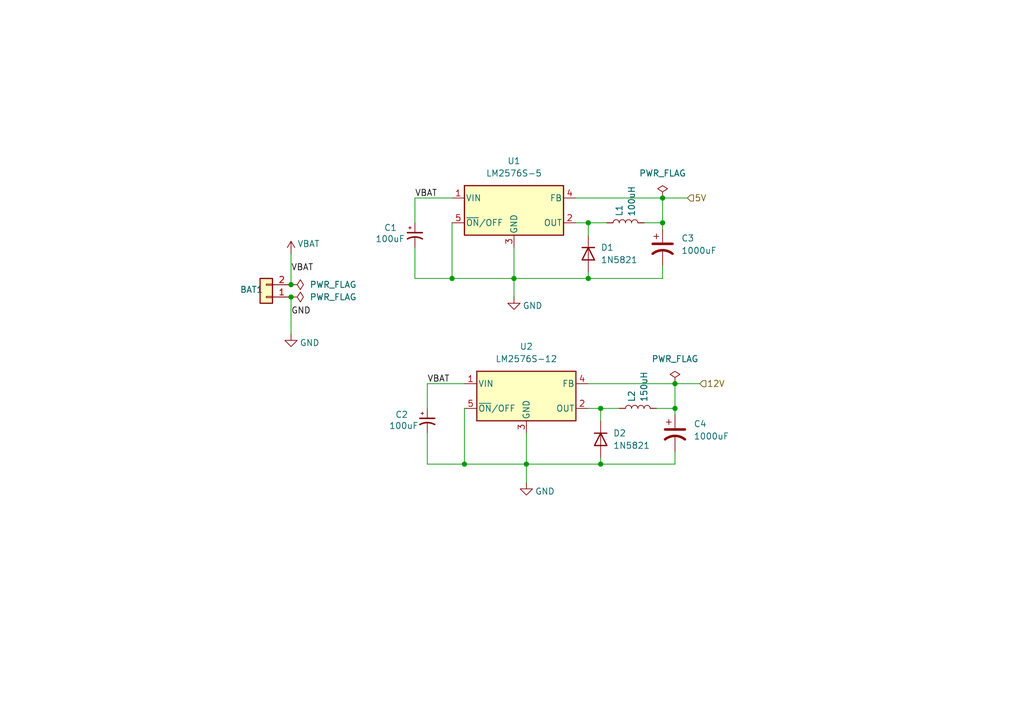
<source format=kicad_sch>
(kicad_sch (version 20231120) (generator "eeschema") (generator_version "8.0")
  (paper "A5")
  (lib_symbols
    (symbol "Connector_Generic:Conn_01x02" (pin_names (offset 1.016) hide)
      (property "Reference" "J" (at 0 2.54 0))
      (property "Value" "Conn_01x02" (at 0 -5.08 0))
      (symbol "Conn_01x02_1_1"
        (rectangle (start -1.27 -2.413) (end 0 -2.667) (stroke (width 0.1524)))
        (rectangle (start -1.27 0.127) (end 0 -0.127) (stroke (width 0.1524)))
        (rectangle (start -1.27 1.27) (end 1.27 -3.81) (stroke (width 0.254)) (fill (type background)))
        (pin passive line (at -5.08 0 0) (length 3.81) (name "Pin_1") (number "1"))
        (pin passive line (at -5.08 -2.54 0) (length 3.81) (name "Pin_2") (number "2"))
      )
    )
    (symbol "Device:C_Polarized_Small_US" (pin_numbers hide) (pin_names (offset 0.254) hide)
      (property "Reference" "C" (at 0.254 1.778 0))
      (property "Value" "C_Polarized_Small_US" (at 0.254 -2.032 0))
      (symbol "C_Polarized_Small_US_0_1"
        (polyline (pts (xy -1.524 0.508) (xy 1.524 0.508)) (stroke (width 0.3048)))
        (polyline (pts (xy -1.27 1.524) (xy -0.762 1.524)))
        (polyline (pts (xy -1.016 1.27) (xy -1.016 1.778)))
        (arc (start 1.524 -0.762) (mid 0 -0.3734) (end -1.524 -0.762) (stroke (width 0.3048)))
      )
      (symbol "C_Polarized_Small_US_1_1"
        (pin passive line (at 0 2.54 270) (length 2.032) (name "~") (number "1"))
        (pin passive line (at 0 -2.54 90) (length 2.032) (name "~") (number "2"))
      )
    )
    (symbol "Device:C_Polarized_US" (pin_numbers hide) (pin_names (offset 0.254) hide)
      (property "Reference" "C" (at 0.635 2.54 0))
      (property "Value" "C_Polarized_US" (at 0.635 -2.54 0))
      (symbol "C_Polarized_US_0_1"
        (polyline (pts (xy -2.032 0.762) (xy 2.032 0.762)) (stroke (width 0.508)))
        (polyline (pts (xy -1.778 2.286) (xy -0.762 2.286)))
        (polyline (pts (xy -1.27 1.778) (xy -1.27 2.794)))
        (arc (start 2.032 -1.27) (mid 0 -0.5572) (end -2.032 -1.27) (stroke (width 0.508)))
      )
      (symbol "C_Polarized_US_1_1"
        (pin passive line (at 0 3.81 270) (length 2.794) (name "~") (number "1"))
        (pin passive line (at 0 -3.81 90) (length 3.302) (name "~") (number "2"))
      )
    )
    (symbol "Device:D" (pin_numbers hide) (pin_names (offset 1.016) hide)
      (property "Reference" "D" (at 0 2.54 0))
      (property "Value" "D" (at 0 -2.54 0))
      (symbol "D_0_1"
        (polyline (pts (xy -1.27 1.27) (xy -1.27 -1.27)) (stroke (width 0.254)))
        (polyline (pts (xy 1.27 0) (xy -1.27 0)))
        (polyline (pts (xy 1.27 1.27) (xy 1.27 -1.27) (xy -1.27 0) (xy 1.27 1.27)) (stroke (width 0.254)))
      )
      (symbol "D_1_1"
        (pin passive line (at -3.81 0 0) (length 2.54) (name "K") (number "1"))
        (pin passive line (at 3.81 0 180) (length 2.54) (name "A") (number "2"))
      )
    )
    (symbol "Device:L" (pin_numbers hide) (pin_names (offset 1.016) hide)
      (property "Reference" "L" (at -1.27 0 90))
      (property "Value" "L" (at 1.905 0 90))
      (symbol "L_0_1"
        (arc (start 0 -2.54) (mid 0.6323 -1.905) (end 0 -1.27))
        (arc (start 0 -1.27) (mid 0.6323 -0.635) (end 0 0))
        (arc (start 0 0) (mid 0.6323 0.635) (end 0 1.27))
        (arc (start 0 1.27) (mid 0.6323 1.905) (end 0 2.54))
      )
      (symbol "L_1_1"
        (pin passive line (at 0 3.81 270) (length 1.27) (name "1") (number "1"))
        (pin passive line (at 0 -3.81 90) (length 1.27) (name "2") (number "2"))
      )
    )
    (symbol "Regulator_Switching:LM2576S-12" (pin_names (offset 0.254))
      (property "Reference" "U" (at -10.16 6.35 0))
      (property "Value" "LM2576S-12" (at 0 6.35 0))
      (symbol "LM2576S-12_0_1"
        (rectangle (start -10.16 5.08) (end 10.16 -5.08) (stroke (width 0.254)) (fill (type background)))
      )
      (symbol "LM2576S-12_1_1"
        (pin power_in line (at -12.7 2.54 0) (length 2.54) (name "VIN") (number "1"))
        (pin output line (at 12.7 -2.54 180) (length 2.54) (name "OUT") (number "2"))
        (pin power_in line (at 0 -7.62 90) (length 2.54) (name "GND") (number "3"))
        (pin input line (at 12.7 2.54 180) (length 2.54) (name "FB") (number "4"))
        (pin input line (at -12.7 -2.54 0) (length 2.54) (name "~{ON}/OFF") (number "5"))
      )
    )
    (symbol "Regulator_Switching:LM2576S-5" (pin_names (offset 0.254))
      (property "Reference" "U" (at -10.16 6.35 0))
      (property "Value" "LM2576S-5" (at 0 6.35 0))
      (symbol "LM2576S-5_0_1"
        (rectangle (start -10.16 5.08) (end 10.16 -5.08) (stroke (width 0.254)) (fill (type background)))
      )
      (symbol "LM2576S-5_1_1"
        (pin power_in line (at -12.7 2.54 0) (length 2.54) (name "VIN") (number "1"))
        (pin output line (at 12.7 -2.54 180) (length 2.54) (name "OUT") (number "2"))
        (pin power_in line (at 0 -7.62 90) (length 2.54) (name "GND") (number "3"))
        (pin input line (at 12.7 2.54 180) (length 2.54) (name "FB") (number "4"))
        (pin input line (at -12.7 -2.54 0) (length 2.54) (name "~{ON}/OFF") (number "5"))
      )
    )
    (symbol "power:GND" (power) (pin_numbers hide) (pin_names (offset 0) hide)
      (property "Value" "GND" (at 0 -3.81 0))
      (symbol "GND_0_1"
        (polyline (pts (xy 0 0) (xy 0 -1.27) (xy 1.27 -1.27) (xy 0 -2.54) (xy -1.27 -1.27) (xy 0 -1.27)))
      )
      (symbol "GND_1_1"
        (pin power_in line (at 0 0 270) (length 0) (name "~") (number "1"))
      )
    )
    (symbol "power:PWR_FLAG" (power) (pin_numbers hide) (pin_names (offset 0) hide)
      (property "Value" "PWR_FLAG" (at 0 3.81 0))
      (symbol "PWR_FLAG_0_0"
        (pin power_out line (at 0 0 90) (length 0) (name "~") (number "1"))
      )
      (symbol "PWR_FLAG_0_1"
        (polyline (pts (xy 0 0) (xy 0 1.27) (xy -1.016 1.905) (xy 0 2.54) (xy 1.016 1.905) (xy 0 1.27)))
      )
    )
    (symbol "power:VDD" (power) (pin_numbers hide) (pin_names (offset 0) hide)
      (property "Value" "VDD" (at 0 3.556 0))
      (symbol "VDD_0_1"
        (polyline (pts (xy -0.762 1.27) (xy 0 2.54)))
        (polyline (pts (xy 0 0) (xy 0 2.54)))
        (polyline (pts (xy 0 2.54) (xy 0.762 1.27)))
      )
      (symbol "VDD_1_1"
        (pin power_in line (at 0 0 90) (length 0) (name "~") (number "1"))
      )
    )
  )
  (junction (at 135.89 45.72))
  (junction (at 120.65 57.15))
  (junction (at 135.89 40.64))
  (junction (at 120.65 45.72))
  (junction (at 107.95 95.25))
  (junction (at 95.25 95.25))
  (junction (at 59.69 58.42))
  (junction (at 123.19 95.25))
  (junction (at 138.43 83.82))
  (junction (at 138.43 78.74))
  (junction (at 105.41 57.15))
  (junction (at 123.19 83.82))
  (junction (at 92.71 57.15))
  (junction (at 59.69 60.96))
  (wire (pts (xy 123.19 95.25) (xy 138.43 95.25)))
  (wire (pts (xy 85.09 40.64) (xy 92.71 40.64)))
  (wire (pts (xy 59.69 52.07) (xy 59.69 58.42)))
  (wire (pts (xy 134.62 83.82) (xy 138.43 83.82)))
  (wire (pts (xy 120.65 57.15) (xy 105.41 57.15)))
  (wire (pts (xy 95.25 83.82) (xy 95.25 95.25)))
  (wire (pts (xy 135.89 54.61) (xy 135.89 57.15)))
  (wire (pts (xy 135.89 40.64) (xy 140.97 40.64)))
  (wire (pts (xy 120.65 78.74) (xy 138.43 78.74)))
  (wire (pts (xy 59.69 60.96) (xy 59.69 68.58)))
  (wire (pts (xy 105.41 50.8) (xy 105.41 57.15)))
  (wire (pts (xy 138.43 92.71) (xy 138.43 95.25)))
  (wire (pts (xy 123.19 95.25) (xy 107.95 95.25)))
  (wire (pts (xy 120.65 57.15) (xy 120.65 55.88)))
  (wire (pts (xy 123.19 95.25) (xy 123.19 93.98)))
  (wire (pts (xy 132.08 45.72) (xy 135.89 45.72)))
  (wire (pts (xy 120.65 45.72) (xy 124.46 45.72)))
  (wire (pts (xy 138.43 83.82) (xy 138.43 85.09)))
  (wire (pts (xy 85.09 50.8) (xy 85.09 57.15)))
  (wire (pts (xy 123.19 86.36) (xy 123.19 83.82)))
  (wire (pts (xy 85.09 40.64) (xy 85.09 45.72)))
  (wire (pts (xy 87.63 88.9) (xy 87.63 95.25)))
  (wire (pts (xy 118.11 45.72) (xy 120.65 45.72)))
  (wire (pts (xy 138.43 78.74) (xy 143.51 78.74)))
  (wire (pts (xy 123.19 83.82) (xy 127 83.82)))
  (wire (pts (xy 118.11 40.64) (xy 135.89 40.64)))
  (wire (pts (xy 107.95 95.25) (xy 107.95 99.06)))
  (wire (pts (xy 135.89 40.64) (xy 135.89 45.72)))
  (wire (pts (xy 105.41 57.15) (xy 105.41 60.96)))
  (wire (pts (xy 120.65 83.82) (xy 123.19 83.82)))
  (wire (pts (xy 107.95 88.9) (xy 107.95 95.25)))
  (wire (pts (xy 87.63 95.25) (xy 95.25 95.25)))
  (wire (pts (xy 135.89 45.72) (xy 135.89 46.99)))
  (wire (pts (xy 87.63 78.74) (xy 87.63 83.82)))
  (wire (pts (xy 120.65 48.26) (xy 120.65 45.72)))
  (wire (pts (xy 120.65 57.15) (xy 135.89 57.15)))
  (wire (pts (xy 92.71 45.72) (xy 92.71 57.15)))
  (wire (pts (xy 85.09 57.15) (xy 92.71 57.15)))
  (wire (pts (xy 95.25 95.25) (xy 107.95 95.25)))
  (wire (pts (xy 138.43 78.74) (xy 138.43 83.82)))
  (wire (pts (xy 87.63 78.74) (xy 95.25 78.74)))
  (wire (pts (xy 92.71 57.15) (xy 105.41 57.15)))
  (label "GND" (at 59.69 64.77 0))
  (label "VBAT" (at 87.63 78.74 0))
  (label "VBAT" (at 59.69 55.88 0))
  (label "VBAT" (at 85.09 40.64 0))
  (hierarchical_label "5V" (shape input) (at 140.97 40.64 0))
  (hierarchical_label "12V" (shape input) (at 143.51 78.74 0))
  (symbol (lib_id "power:VDD") (at 59.69 52.07 0) (unit 1)
    (property "Reference" "#PWR01" (effects (hide yes)))
    (property "Value" "VBAT" (at 60.96 50.038 0) (effects (justify left)))
    (property "Description" "Power symbol creates a global label with name \"VDD\"" (effects (hide yes)))
  )
  (symbol (lib_id "power:GND") (at 105.41 60.96 0) (unit 1)
    (property "Reference" "#PWR054" (effects (hide yes)))
    (property "Value" "GND" (at 109.22 62.738 0))
    (property "Description" "Power symbol creates a global label with name \"GND\" , ground" (effects (hide yes)))
  )
  (symbol (lib_id "Device:D") (at 123.19 90.17 270) (unit 1)
    (property "Reference" "D2" (at 125.73 88.8999 90) (effects (justify left)))
    (property "Value" "1N5821" (at 125.73 91.4399 90) (effects (justify left)))
    (property "Footprint" "Diode_THT:D_DO-201AD_P15.24mm_Horizontal" (effects (hide yes)))
    (property "Description" "Diode" (effects (hide yes)))
    (property "Sim.Device" "D" (effects (hide yes)))
    (property "Sim.Pins" "1=K 2=A" (effects (hide yes)))
  )
  (symbol (lib_id "power:GND") (at 59.69 68.58 0) (unit 1)
    (property "Reference" "#PWR02" (effects (hide yes)))
    (property "Value" "GND" (at 63.5 70.358 0))
    (property "Description" "Power symbol creates a global label with name \"GND\" , ground" (effects (hide yes)))
  )
  (symbol (lib_id "power:PWR_FLAG") (at 135.89 40.64 0) (unit 1)
    (property "Reference" "#FLG03" (effects (hide yes)))
    (property "Value" "PWR_FLAG" (at 135.89 35.56 0))
    (property "Description" "Special symbol for telling ERC where power comes from" (effects (hide yes)))
  )
  (symbol (lib_id "Device:C_Polarized_Small_US") (at 85.09 48.26 0) (unit 1)
    (property "Reference" "C1" (at 78.74 46.736 0) (effects (justify left)))
    (property "Value" "100uF" (at 76.962 49.022 0) (effects (justify left)))
    (property "Footprint" "Capacitor_SMD:CP_Elec_8x10" (effects (hide yes)))
    (property "Description" "MFR.Part UUD1H101MNL1GS, JLCPCB Part # C116241" (effects (hide yes)))
  )
  (symbol (lib_id "Device:L") (at 128.27 45.72 90) (unit 1)
    (property "Reference" "L1" (at 126.9999 44.45 0) (effects (justify left)))
    (property "Value" "100uH" (at 129.5399 44.45 0) (effects (justify left)))
    (property "Footprint" "Inductor_SMD:L_Sunlord_MWSA1206S-101" (effects (hide yes)))
    (property "Description" "Ind, MFR.Part # MWSA1206S-101MT JLCPCB Part # C408533" (effects (hide yes)))
  )
  (symbol (lib_id "Regulator_Switching:LM2576S-12") (at 107.95 81.28 0) (unit 1)
    (property "Reference" "U2" (at 107.95 71.12 0))
    (property "Value" "LM2576S-12" (at 107.95 73.66 0))
    (property "Footprint" "Package_TO_SOT_SMD:TO-263-5_TabPin3" (effects (hide yes)))
    (property "Datasheet" "http://www.ti.com/lit/ds/symlink/lm2576.pdf" (effects (hide yes)))
    (property "Description" "12V, 3A SIMPLE SWITCHER® Step-Down Voltage Regulator, TO-263" (effects (hide yes)))
  )
  (symbol (lib_id "power:PWR_FLAG") (at 59.69 58.42 270) (unit 1)
    (property "Reference" "#FLG01" (effects (hide yes)))
    (property "Value" "PWR_FLAG" (at 63.5 58.4199 90) (effects (justify left)))
    (property "Description" "Special symbol for telling ERC where power comes from" (effects (hide yes)))
  )
  (symbol (lib_id "Device:L") (at 130.81 83.82 90) (unit 1)
    (property "Reference" "L2" (at 129.5399 82.55 0) (effects (justify left)))
    (property "Value" "150uH" (at 132.0799 82.55 0) (effects (justify left)))
    (property "Footprint" "Inductor_SMD:L_TaiTech_TMPC1265_13.5x12.5mm" (effects (hide yes)))
    (property "Description" "Ind, MFR.Part # TMPC1206HP-151MG-D JLCPCB Part # C357258" (effects (hide yes)))
  )
  (symbol (lib_id "Connector_Generic:Conn_01x02") (at 54.61 60.96 180) (unit 1)
    (property "Reference" "BAT1" (at 51.562 59.436 0))
    (property "Value" "Conn_01x02" (effects (hide yes)))
    (property "Footprint" "TerminalBlock_4Ucon:TerminalBlock_4Ucon_1x02_P3.50mm_Horizontal" (effects (hide yes)))
    (property "Description" "Generic connector, single row, 01x02, script generated (kicad-library-utils/schlib/autogen/connector/)" (effects (hide yes)))
  )
  (symbol (lib_id "Device:C_Polarized_Small_US") (at 87.63 86.36 0) (unit 1)
    (property "Reference" "C2" (at 81.026 85.09 0) (effects (justify left)))
    (property "Value" "100uF" (at 79.756 87.376 0) (effects (justify left)))
    (property "Footprint" "Capacitor_SMD:CP_Elec_8x10" (effects (hide yes)))
    (property "Description" "MFR.Part UUD1H101MNL1GS, JLCPCB Part # C116241" (effects (hide yes)))
  )
  (symbol (lib_id "power:GND") (at 107.95 99.06 0) (unit 1)
    (property "Reference" "#PWR055" (effects (hide yes)))
    (property "Value" "GND" (at 111.76 100.838 0))
    (property "Description" "Power symbol creates a global label with name \"GND\" , ground" (effects (hide yes)))
  )
  (symbol (lib_id "Regulator_Switching:LM2576S-5") (at 105.41 43.18 0) (unit 1)
    (property "Reference" "U1" (at 105.41 33.02 0))
    (property "Value" "LM2576S-5" (at 105.41 35.56 0))
    (property "Footprint" "Package_TO_SOT_SMD:TO-263-5_TabPin3" (effects (hide yes)))
    (property "Datasheet" "http://www.ti.com/lit/ds/symlink/lm2576.pdf" (effects (hide yes)))
    (property "Description" "5V, 3A SIMPLE SWITCHER® Step-Down Voltage Regulator, TO-263" (effects (hide yes)))
  )
  (symbol (lib_id "Device:C_Polarized_US") (at 135.89 50.8 0) (unit 1)
    (property "Reference" "C3" (at 139.7 48.8949 0) (effects (justify left)))
    (property "Value" "1000uF" (at 139.7 51.4349 0) (effects (justify left)))
    (property "Footprint" "Capacitor_SMD:CP_Elec_8x10.5" (effects (hide yes)))
    (property "Description" "Polarized capacitor, US symbol" (effects (hide yes)))
  )
  (symbol (lib_id "Device:C_Polarized_US") (at 138.43 88.9 0) (unit 1)
    (property "Reference" "C4" (at 142.24 86.9949 0) (effects (justify left)))
    (property "Value" "1000uF" (at 142.24 89.5349 0) (effects (justify left)))
    (property "Footprint" "Capacitor_SMD:CP_Elec_10x10.5" (effects (hide yes)))
    (property "Description" "Polarized capacitor, US symbol" (effects (hide yes)))
  )
  (symbol (lib_id "power:PWR_FLAG") (at 138.43 78.74 0) (unit 1)
    (property "Reference" "#FLG04" (effects (hide yes)))
    (property "Value" "PWR_FLAG" (at 138.43 73.66 0))
    (property "Description" "Special symbol for telling ERC where power comes from" (effects (hide yes)))
  )
  (symbol (lib_id "Device:D") (at 120.65 52.07 270) (unit 1)
    (property "Reference" "D1" (at 123.19 50.7999 90) (effects (justify left)))
    (property "Value" "1N5821" (at 123.19 53.3399 90) (effects (justify left)))
    (property "Footprint" "Diode_THT:D_DO-201AD_P15.24mm_Horizontal" (effects (hide yes)))
    (property "Description" "Diode" (effects (hide yes)))
    (property "Sim.Device" "D" (effects (hide yes)))
    (property "Sim.Pins" "1=K 2=A" (effects (hide yes)))
  )
  (symbol (lib_id "power:PWR_FLAG") (at 59.69 60.96 270) (unit 1)
    (property "Reference" "#FLG02" (effects (hide yes)))
    (property "Value" "PWR_FLAG" (at 63.5 60.9599 90) (effects (justify left)))
    (property "Description" "Special symbol for telling ERC where power comes from" (effects (hide yes)))
  )
)
</source>
